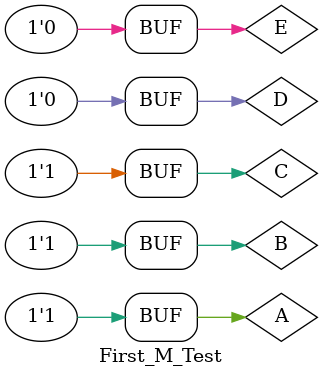
<source format=v>
`timescale 1ns / 1ps

module First_M_Test; // 仿真的顶层模块，没有输入输出端口
    reg A, B, C, D, E; // 在 initial 中被赋值，故必须定义为 reg 类型
    wire F; // 要连接到 First_M 的输出端口 F，故必须定义为 wire 类型
    First_M The_UUT(A, B, C, D, E, F); // 定义了模块 First_M 的一个实例 The_UUT
    initial // 测试样例
    begin
        A = 0; B = 0; C = 0; D = 0; E = 0; // 第 1 组测试：初始化为全零
        #100; A = 0; B = 0; C = 0; D = 0; E = 1; // 第 2 组测试
        #100; A = 0; B = 0; C = 0; D = 1; E = 1; // 第 3 组测试
        #100; A = 1; B = 0; C = 0; D = 0; E = 0; // 第 4 组测试
        #100; A = 1; B = 1; C = 0; D = 0; E = 0; // 第 5 组测试
        #100; A = 1; B = 1; C = 1; D = 0; E = 0; // 第 6 组测试
    end
endmodule // First_M_Test.v

</source>
